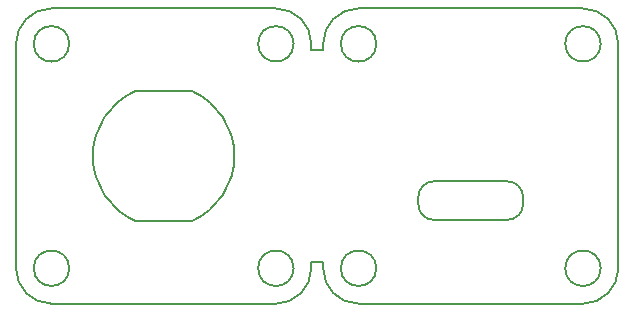
<source format=gtp>
%TF.GenerationSoftware,KiCad,Pcbnew,(6.0.7)*%
%TF.CreationDate,2022-08-30T17:46:17+08:00*%
%TF.ProjectId,Covers,436f7665-7273-42e6-9b69-6361645f7063,rev?*%
%TF.SameCoordinates,Original*%
%TF.FileFunction,Paste,Top*%
%TF.FilePolarity,Positive*%
%FSLAX45Y45*%
G04 Gerber Fmt 4.5, Leading zero omitted, Abs format (unit mm)*
G04 Created by KiCad (PCBNEW (6.0.7)) date 2022-08-30 17:46:17*
%MOMM*%
%LPD*%
G01*
G04 APERTURE LIST*
%TA.AperFunction,Profile*%
%ADD10C,0.152399*%
%TD*%
%TA.AperFunction,Profile*%
%ADD11C,0.152400*%
%TD*%
G04 APERTURE END LIST*
D10*
X11040310Y-11028620D02*
X12940310Y-11028620D01*
X15690310Y-8828620D02*
G75*
G03*
X15690310Y-8828620I-150000J0D01*
G01*
D11*
X14277882Y-9993080D02*
G75*
G03*
X14147110Y-10123853I-902J-129870D01*
G01*
D10*
X13090310Y-8828620D02*
G75*
G03*
X13090310Y-8828620I-150000J0D01*
G01*
X10740310Y-10728620D02*
G75*
G03*
X11040310Y-11028620I300000J0D01*
G01*
D11*
X14902270Y-10318627D02*
G75*
G03*
X15032854Y-10187213I-71J130657D01*
G01*
D10*
X11750518Y-9228620D02*
X12230102Y-9228620D01*
X11190310Y-8828620D02*
G75*
G03*
X11190310Y-8828620I-150000J0D01*
G01*
X13240310Y-10678620D02*
X13340310Y-10678620D01*
X15690310Y-10728620D02*
G75*
G03*
X15690310Y-10728620I-150000J0D01*
G01*
X11750518Y-10328620D02*
X12230102Y-10328620D01*
X10740310Y-8828620D02*
X10740310Y-10728620D01*
X13240310Y-8828620D02*
G75*
G03*
X12940310Y-8528620I-300000J0D01*
G01*
D11*
X14147110Y-10123853D02*
X14147110Y-10187848D01*
D10*
X13090310Y-10728620D02*
G75*
G03*
X13090310Y-10728620I-150000J0D01*
G01*
X15540310Y-8528620D02*
X13640310Y-8528620D01*
X11750518Y-9228620D02*
G75*
G03*
X11750518Y-10328620I239792J-550000D01*
G01*
X13340310Y-10728620D02*
G75*
G03*
X13640310Y-11028620I300000J0D01*
G01*
X12230102Y-10328620D02*
G75*
G03*
X12230102Y-9228620I-239792J550000D01*
G01*
X13240310Y-8878620D02*
X13240310Y-8828620D01*
D11*
X15032854Y-10187213D02*
X15032765Y-10124942D01*
D10*
X13240310Y-10728620D02*
X13240310Y-10678620D01*
X12940310Y-8528620D02*
X11040310Y-8528620D01*
X13340310Y-10678620D02*
X13340310Y-10728620D01*
X11040310Y-8528620D02*
G75*
G03*
X10740310Y-8828620I0J-300000D01*
G01*
X13640310Y-8528620D02*
G75*
G03*
X13340310Y-8828620I0J-300000D01*
G01*
X15840310Y-10728620D02*
X15840310Y-8828620D01*
X12940310Y-11028620D02*
G75*
G03*
X13240310Y-10728620I0J300000D01*
G01*
X15540310Y-11028620D02*
G75*
G03*
X15840310Y-10728620I0J300000D01*
G01*
D11*
X14902738Y-9993081D02*
X14277882Y-9993081D01*
D10*
X13790310Y-8828620D02*
G75*
G03*
X13790310Y-8828620I-150000J0D01*
G01*
X13790310Y-10728620D02*
G75*
G03*
X13790310Y-10728620I-150000J0D01*
G01*
X15840310Y-8828620D02*
G75*
G03*
X15540310Y-8528620I-300000J0D01*
G01*
X13240310Y-8878620D02*
X13340310Y-8878620D01*
D11*
X14277882Y-10318620D02*
X14902270Y-10318620D01*
X15032763Y-10124942D02*
G75*
G03*
X14902738Y-9993081I-130483J1372D01*
G01*
X14147110Y-10187848D02*
G75*
G03*
X14277882Y-10318620I129870J-902D01*
G01*
D10*
X13640310Y-11028620D02*
X15540310Y-11028620D01*
X13340310Y-8828620D02*
X13340310Y-8878620D01*
X11190310Y-10728620D02*
G75*
G03*
X11190310Y-10728620I-150000J0D01*
G01*
M02*

</source>
